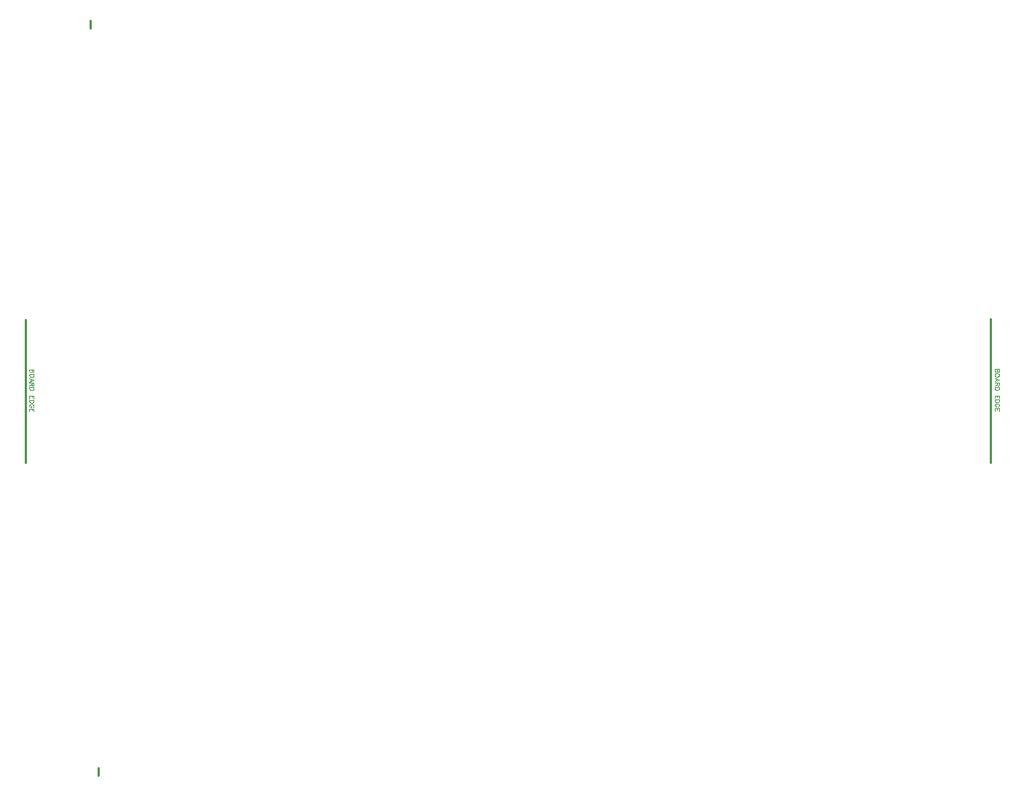
<source format=gbr>
G04 DipTrace 3.3.1.3*
G04 TopAssy.gbr*
%MOIN*%
G04 #@! TF.FileFunction,Drawing,Top*
G04 #@! TF.Part,Single*
%ADD10C,0.009843*%
%ADD18C,0.01*%
%ADD61C,0.003088*%
%FSLAX26Y26*%
G04*
G70*
G90*
G75*
G01*
G04 TopAssy*
%LPD*%
X641339Y2448134D2*
D10*
Y1789866D1*
X5059499Y2449512D2*
Y1791244D1*
X936802Y3780732D2*
D18*
Y3818236D1*
X974302Y355732D2*
Y393236D1*
X679638Y2218434D2*
D61*
X659542D1*
Y2209812D1*
X660514Y2206938D1*
X661465Y2205988D1*
X663366Y2205037D1*
X666240D1*
X668164Y2205988D1*
X669114Y2206938D1*
X670065Y2209812D1*
X671038Y2206938D1*
X671988Y2205988D1*
X673890Y2205037D1*
X675813D1*
X677714Y2205988D1*
X678687Y2206938D1*
X679638Y2209812D1*
Y2218434D1*
X670065D2*
Y2209812D1*
X679638Y2193113D2*
X678687Y2195037D1*
X676764Y2196938D1*
X674862Y2197911D1*
X671988Y2198861D1*
X667191D1*
X664339Y2197911D1*
X662416Y2196938D1*
X660514Y2195037D1*
X659542Y2193113D1*
Y2189289D1*
X660514Y2187387D1*
X662416Y2185464D1*
X664339Y2184513D1*
X667191Y2183563D1*
X671988D1*
X674862Y2184513D1*
X676764Y2185464D1*
X678687Y2187387D1*
X679638Y2189289D1*
Y2193113D1*
X659542Y2162066D2*
X679638Y2169738D1*
X659542Y2177387D1*
X666240Y2174513D2*
Y2164940D1*
X670065Y2155891D2*
Y2147291D1*
X671038Y2144417D1*
X671988Y2143444D1*
X673890Y2142493D1*
X675813D1*
X677714Y2143444D1*
X678687Y2144417D1*
X679638Y2147291D1*
Y2155891D1*
X659542D1*
X670065Y2149192D2*
X659542Y2142493D1*
X679638Y2136318D2*
X659542D1*
Y2129619D1*
X660515Y2126745D1*
X662416Y2124821D1*
X664339Y2123871D1*
X667191Y2122920D1*
X671988D1*
X674862Y2123871D1*
X676764Y2124821D1*
X678687Y2126745D1*
X679638Y2129619D1*
Y2136318D1*
Y2084880D2*
Y2097304D1*
X659542D1*
Y2084880D1*
X670065Y2097304D2*
Y2089655D1*
X679638Y2078704D2*
X659542D1*
Y2072005D1*
X660515Y2069131D1*
X662416Y2067208D1*
X664339Y2066257D1*
X667191Y2065307D1*
X671988D1*
X674862Y2066257D1*
X676764Y2067208D1*
X678687Y2069131D1*
X679638Y2072005D1*
Y2078704D1*
X674862Y2044783D2*
X676764Y2045733D1*
X678687Y2047657D1*
X679638Y2049558D1*
Y2053383D1*
X678687Y2055306D1*
X676764Y2057207D1*
X674862Y2058180D1*
X671988Y2059131D1*
X667191D1*
X664339Y2058180D1*
X662416Y2057207D1*
X660515Y2055306D1*
X659542Y2053383D1*
Y2049558D1*
X660515Y2047657D1*
X662416Y2045733D1*
X664339Y2044783D1*
X667191D1*
Y2049558D1*
X679638Y2026183D2*
Y2038607D1*
X659542D1*
Y2026183D1*
X670065Y2038607D2*
Y2030958D1*
X5097798Y2219812D2*
X5077702D1*
Y2211190D1*
X5078675Y2208316D1*
X5079625Y2207366D1*
X5081526Y2206415D1*
X5084400D1*
X5086324Y2207366D1*
X5087275Y2208316D1*
X5088225Y2211190D1*
X5089198Y2208316D1*
X5090149Y2207366D1*
X5092050Y2206415D1*
X5093973D1*
X5095874Y2207365D1*
X5096847Y2208316D1*
X5097798Y2211190D1*
Y2219812D1*
X5088225D2*
Y2211190D1*
X5097798Y2194491D2*
X5096847Y2196415D1*
X5094924Y2198316D1*
X5093023Y2199289D1*
X5090149Y2200239D1*
X5085351D1*
X5082499Y2199289D1*
X5080576Y2198316D1*
X5078675Y2196415D1*
X5077702Y2194491D1*
Y2190667D1*
X5078675Y2188765D1*
X5080576Y2186842D1*
X5082499Y2185891D1*
X5085351Y2184941D1*
X5090149D1*
X5093023Y2185891D1*
X5094924Y2186842D1*
X5096847Y2188765D1*
X5097798Y2190667D1*
Y2194491D1*
X5077702Y2163444D2*
X5097798Y2171116D1*
X5077702Y2178765D1*
X5084401Y2175891D2*
Y2166318D1*
X5088225Y2157269D2*
Y2148669D1*
X5089198Y2145795D1*
X5090149Y2144822D1*
X5092050Y2143871D1*
X5093973D1*
X5095874Y2144822D1*
X5096847Y2145795D1*
X5097798Y2148669D1*
Y2157269D1*
X5077702D1*
X5088225Y2150570D2*
X5077702Y2143871D1*
X5097798Y2137695D2*
X5077702Y2137696D1*
Y2130997D1*
X5078675Y2128123D1*
X5080576Y2126199D1*
X5082499Y2125249D1*
X5085351Y2124298D1*
X5090149D1*
X5093023Y2125249D1*
X5094924Y2126199D1*
X5096847Y2128123D1*
X5097798Y2130997D1*
Y2137695D1*
Y2086257D2*
Y2098682D1*
X5077702D1*
Y2086257D1*
X5088225Y2098682D2*
Y2091033D1*
X5097798Y2080082D2*
X5077702D1*
Y2073383D1*
X5078675Y2070509D1*
X5080576Y2068586D1*
X5082499Y2067635D1*
X5085351Y2066684D1*
X5090149D1*
X5093023Y2067635D1*
X5094924Y2068586D1*
X5096847Y2070509D1*
X5097798Y2073383D1*
Y2080082D1*
X5093023Y2046161D2*
X5094924Y2047111D1*
X5096847Y2049035D1*
X5097798Y2050936D1*
Y2054761D1*
X5096847Y2056684D1*
X5094924Y2058585D1*
X5093023Y2059558D1*
X5090149Y2060509D1*
X5085351D1*
X5082499Y2059558D1*
X5080576Y2058585D1*
X5078675Y2056684D1*
X5077702Y2054761D1*
Y2050936D1*
X5078675Y2049035D1*
X5080576Y2047111D1*
X5082499Y2046161D1*
X5085351D1*
Y2050936D1*
X5097798Y2027561D2*
Y2039985D1*
X5077702D1*
Y2027561D1*
X5088225Y2039985D2*
Y2032336D1*
M02*

</source>
